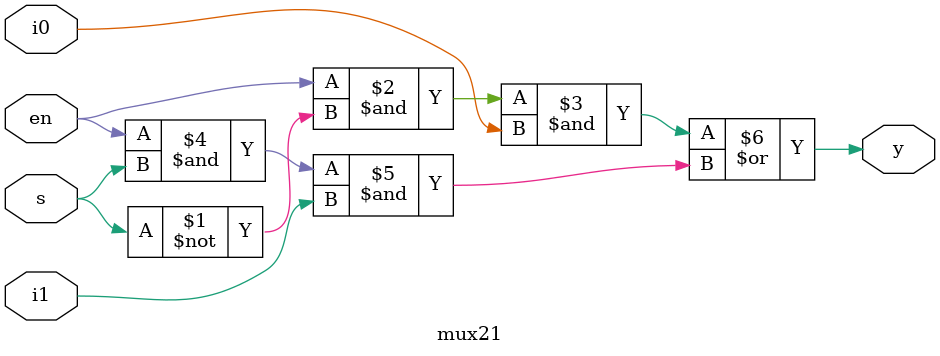
<source format=v>
module mux21(en,s,i0,i1,y);
input en,s,i0,i1;
output y;
assign y=(en&(~s)&i0)|(en&s&i1);
endmodule

</source>
